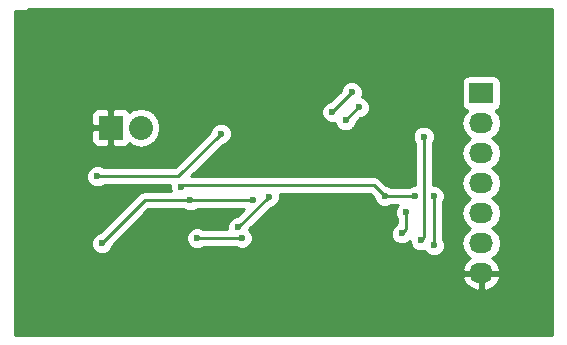
<source format=gbr>
G04 #@! TF.FileFunction,Copper,L2,Bot,Signal*
%FSLAX46Y46*%
G04 Gerber Fmt 4.6, Leading zero omitted, Abs format (unit mm)*
G04 Created by KiCad (PCBNEW 4.0.1+dfsg1-stable) date Wed 30 Mar 2016 05:17:46 PM PDT*
%MOMM*%
G01*
G04 APERTURE LIST*
%ADD10C,0.100000*%
%ADD11R,2.032000X2.032000*%
%ADD12O,2.032000X2.032000*%
%ADD13R,2.032000X1.727200*%
%ADD14O,2.032000X1.727200*%
%ADD15C,0.600000*%
%ADD16C,0.250000*%
%ADD17C,0.254000*%
G04 APERTURE END LIST*
D10*
D11*
X132461000Y-96774000D03*
D12*
X135001000Y-96774000D03*
D13*
X163830000Y-93853000D03*
D14*
X163830000Y-96393000D03*
X163830000Y-98933000D03*
X163830000Y-101473000D03*
X163830000Y-104013000D03*
X163830000Y-106553000D03*
X163830000Y-109093000D03*
D15*
X160845500Y-100012500D03*
X153098500Y-96964500D03*
X157480000Y-109220000D03*
X151384000Y-109220000D03*
X128016000Y-99568000D03*
X128016000Y-111760000D03*
X139192000Y-111760000D03*
X151384000Y-111760000D03*
X163576000Y-111760000D03*
X167640000Y-108712000D03*
X167640000Y-96520000D03*
X163576000Y-90424000D03*
X151384000Y-90424000D03*
X139192000Y-90424000D03*
X127508000Y-90424000D03*
X133096000Y-90424000D03*
X145288000Y-90424000D03*
X157480000Y-90424000D03*
X167640000Y-90424000D03*
X167640000Y-102616000D03*
X167640000Y-111760000D03*
X157480000Y-111760000D03*
X145288000Y-111760000D03*
X133096000Y-111760000D03*
X128016000Y-105664000D03*
X127508000Y-94996000D03*
X135636000Y-107886500D03*
X135636000Y-105156000D03*
X142811500Y-98107500D03*
X145732500Y-98107500D03*
X137858500Y-98044000D03*
X148971000Y-97853500D03*
X150177500Y-102552500D03*
X145784000Y-106172000D03*
X144462500Y-102933500D03*
X139192000Y-102933500D03*
X131699000Y-106553000D03*
X139763500Y-106131000D03*
X143573500Y-106108500D03*
X145859500Y-102616000D03*
X143256000Y-105219500D03*
X131318000Y-100901500D03*
X141795500Y-97282000D03*
X138366500Y-101790500D03*
X159829500Y-106743500D03*
X159829500Y-102552500D03*
X158242000Y-102552500D03*
X155638500Y-102552500D03*
X152844500Y-93789500D03*
X151193500Y-95440500D03*
X153479500Y-95059500D03*
X152336500Y-96139000D03*
X157480000Y-103949500D03*
X157099000Y-105727500D03*
X158940500Y-97536000D03*
X158686500Y-106299000D03*
D16*
X153098500Y-96964500D02*
X153035000Y-96901000D01*
X135636000Y-105156000D02*
X135572500Y-105219500D01*
X148971000Y-97853500D02*
X148907500Y-97853500D01*
X145784000Y-106172000D02*
X145796000Y-106172000D01*
X139192000Y-102933500D02*
X144462500Y-102933500D01*
X135318500Y-102933500D02*
X139192000Y-102933500D01*
X131699000Y-106553000D02*
X135318500Y-102933500D01*
X139786000Y-106108500D02*
X143573500Y-106108500D01*
X139786000Y-106108500D02*
X139763500Y-106131000D01*
X143256000Y-105219500D02*
X145859500Y-102616000D01*
X138176000Y-100901500D02*
X131318000Y-100901500D01*
X141795500Y-97282000D02*
X138176000Y-100901500D01*
X154749500Y-101663500D02*
X155638500Y-102552500D01*
X138493500Y-101663500D02*
X154749500Y-101663500D01*
X138366500Y-101790500D02*
X138493500Y-101663500D01*
X159829500Y-102552500D02*
X159829500Y-106743500D01*
X155638500Y-102552500D02*
X158242000Y-102552500D01*
X152844500Y-93789500D02*
X151193500Y-95440500D01*
X153416000Y-95059500D02*
X153479500Y-95059500D01*
X152336500Y-96139000D02*
X153416000Y-95059500D01*
X157480000Y-105346500D02*
X157480000Y-103949500D01*
X157099000Y-105727500D02*
X157480000Y-105346500D01*
X158940500Y-106045000D02*
X158940500Y-97536000D01*
X158686500Y-106299000D02*
X158940500Y-106045000D01*
D17*
G36*
X169787500Y-114352000D02*
X124344500Y-114352000D01*
X124344500Y-109452026D01*
X162222642Y-109452026D01*
X162225291Y-109467791D01*
X162479268Y-109995036D01*
X162915680Y-110384954D01*
X163468087Y-110578184D01*
X163703000Y-110433924D01*
X163703000Y-109220000D01*
X163957000Y-109220000D01*
X163957000Y-110433924D01*
X164191913Y-110578184D01*
X164744320Y-110384954D01*
X165180732Y-109995036D01*
X165434709Y-109467791D01*
X165437358Y-109452026D01*
X165316217Y-109220000D01*
X163957000Y-109220000D01*
X163703000Y-109220000D01*
X162343783Y-109220000D01*
X162222642Y-109452026D01*
X124344500Y-109452026D01*
X124344500Y-101086667D01*
X130382838Y-101086667D01*
X130524883Y-101430443D01*
X130787673Y-101693692D01*
X131131201Y-101836338D01*
X131503167Y-101836662D01*
X131846943Y-101694617D01*
X131880118Y-101661500D01*
X137431612Y-101661500D01*
X137431338Y-101975667D01*
X137513081Y-102173500D01*
X135318500Y-102173500D01*
X135027661Y-102231352D01*
X134781099Y-102396099D01*
X131559320Y-105617878D01*
X131513833Y-105617838D01*
X131170057Y-105759883D01*
X130906808Y-106022673D01*
X130764162Y-106366201D01*
X130763838Y-106738167D01*
X130905883Y-107081943D01*
X131168673Y-107345192D01*
X131512201Y-107487838D01*
X131884167Y-107488162D01*
X132227943Y-107346117D01*
X132491192Y-107083327D01*
X132633838Y-106739799D01*
X132633879Y-106692923D01*
X135633302Y-103693500D01*
X138629537Y-103693500D01*
X138661673Y-103725692D01*
X139005201Y-103868338D01*
X139377167Y-103868662D01*
X139720943Y-103726617D01*
X139754118Y-103693500D01*
X143707198Y-103693500D01*
X143116320Y-104284378D01*
X143070833Y-104284338D01*
X142727057Y-104426383D01*
X142463808Y-104689173D01*
X142321162Y-105032701D01*
X142320887Y-105348500D01*
X140303502Y-105348500D01*
X140293827Y-105338808D01*
X139950299Y-105196162D01*
X139578333Y-105195838D01*
X139234557Y-105337883D01*
X138971308Y-105600673D01*
X138828662Y-105944201D01*
X138828338Y-106316167D01*
X138970383Y-106659943D01*
X139233173Y-106923192D01*
X139576701Y-107065838D01*
X139948667Y-107066162D01*
X140292443Y-106924117D01*
X140348157Y-106868500D01*
X143011037Y-106868500D01*
X143043173Y-106900692D01*
X143386701Y-107043338D01*
X143758667Y-107043662D01*
X144102443Y-106901617D01*
X144365692Y-106638827D01*
X144508338Y-106295299D01*
X144508662Y-105923333D01*
X144366617Y-105579557D01*
X144190840Y-105403473D01*
X144190879Y-105359423D01*
X145999180Y-103551122D01*
X146044667Y-103551162D01*
X146388443Y-103409117D01*
X146651692Y-103146327D01*
X146794338Y-102802799D01*
X146794662Y-102430833D01*
X146791632Y-102423500D01*
X154434698Y-102423500D01*
X154703378Y-102692180D01*
X154703338Y-102737667D01*
X154845383Y-103081443D01*
X155108173Y-103344692D01*
X155451701Y-103487338D01*
X155823667Y-103487662D01*
X156167443Y-103345617D01*
X156200618Y-103312500D01*
X156794667Y-103312500D01*
X156687808Y-103419173D01*
X156545162Y-103762701D01*
X156544838Y-104134667D01*
X156686883Y-104478443D01*
X156720000Y-104511618D01*
X156720000Y-104872428D01*
X156570057Y-104934383D01*
X156306808Y-105197173D01*
X156164162Y-105540701D01*
X156163838Y-105912667D01*
X156305883Y-106256443D01*
X156568673Y-106519692D01*
X156912201Y-106662338D01*
X157284167Y-106662662D01*
X157627943Y-106520617D01*
X157751414Y-106397362D01*
X157751338Y-106484167D01*
X157893383Y-106827943D01*
X158156173Y-107091192D01*
X158499701Y-107233838D01*
X158871667Y-107234162D01*
X158998852Y-107181610D01*
X159036383Y-107272443D01*
X159299173Y-107535692D01*
X159642701Y-107678338D01*
X160014667Y-107678662D01*
X160358443Y-107536617D01*
X160621692Y-107273827D01*
X160764338Y-106930299D01*
X160764662Y-106558333D01*
X160622617Y-106214557D01*
X160589500Y-106181382D01*
X160589500Y-103114963D01*
X160621692Y-103082827D01*
X160764338Y-102739299D01*
X160764662Y-102367333D01*
X160622617Y-102023557D01*
X160359827Y-101760308D01*
X160016299Y-101617662D01*
X159700500Y-101617387D01*
X159700500Y-98098463D01*
X159732692Y-98066327D01*
X159875338Y-97722799D01*
X159875662Y-97350833D01*
X159733617Y-97007057D01*
X159470827Y-96743808D01*
X159127299Y-96601162D01*
X158755333Y-96600838D01*
X158411557Y-96742883D01*
X158148308Y-97005673D01*
X158005662Y-97349201D01*
X158005338Y-97721167D01*
X158147383Y-98064943D01*
X158180500Y-98098118D01*
X158180500Y-101617446D01*
X158056833Y-101617338D01*
X157713057Y-101759383D01*
X157679882Y-101792500D01*
X156200963Y-101792500D01*
X156168827Y-101760308D01*
X155825299Y-101617662D01*
X155778423Y-101617621D01*
X155286901Y-101126099D01*
X155040339Y-100961352D01*
X154749500Y-100903500D01*
X139248802Y-100903500D01*
X141935180Y-98217122D01*
X141980667Y-98217162D01*
X142324443Y-98075117D01*
X142587692Y-97812327D01*
X142730338Y-97468799D01*
X142730662Y-97096833D01*
X142588617Y-96753057D01*
X142325827Y-96489808D01*
X141982299Y-96347162D01*
X141610333Y-96346838D01*
X141266557Y-96488883D01*
X141003308Y-96751673D01*
X140860662Y-97095201D01*
X140860621Y-97142077D01*
X137861198Y-100141500D01*
X131880463Y-100141500D01*
X131848327Y-100109308D01*
X131504799Y-99966662D01*
X131132833Y-99966338D01*
X130789057Y-100108383D01*
X130525808Y-100371173D01*
X130383162Y-100714701D01*
X130382838Y-101086667D01*
X124344500Y-101086667D01*
X124344500Y-97059750D01*
X130810000Y-97059750D01*
X130810000Y-97916309D01*
X130906673Y-98149698D01*
X131085301Y-98328327D01*
X131318690Y-98425000D01*
X132175250Y-98425000D01*
X132334000Y-98266250D01*
X132334000Y-96901000D01*
X130968750Y-96901000D01*
X130810000Y-97059750D01*
X124344500Y-97059750D01*
X124344500Y-95631691D01*
X130810000Y-95631691D01*
X130810000Y-96488250D01*
X130968750Y-96647000D01*
X132334000Y-96647000D01*
X132334000Y-95281750D01*
X132588000Y-95281750D01*
X132588000Y-96647000D01*
X132608000Y-96647000D01*
X132608000Y-96901000D01*
X132588000Y-96901000D01*
X132588000Y-98266250D01*
X132746750Y-98425000D01*
X133603310Y-98425000D01*
X133836699Y-98328327D01*
X134015327Y-98149698D01*
X134032999Y-98107034D01*
X134369190Y-98331670D01*
X135001000Y-98457345D01*
X135632810Y-98331670D01*
X136168433Y-97973778D01*
X136526325Y-97438155D01*
X136652000Y-96806345D01*
X136652000Y-96741655D01*
X136526325Y-96109845D01*
X136202808Y-95625667D01*
X150258338Y-95625667D01*
X150400383Y-95969443D01*
X150663173Y-96232692D01*
X151006701Y-96375338D01*
X151378667Y-96375662D01*
X151416206Y-96360151D01*
X151543383Y-96667943D01*
X151806173Y-96931192D01*
X152149701Y-97073838D01*
X152521667Y-97074162D01*
X152865443Y-96932117D01*
X153128692Y-96669327D01*
X153243433Y-96393000D01*
X162146655Y-96393000D01*
X162260729Y-96966489D01*
X162585585Y-97452670D01*
X162900366Y-97663000D01*
X162585585Y-97873330D01*
X162260729Y-98359511D01*
X162146655Y-98933000D01*
X162260729Y-99506489D01*
X162585585Y-99992670D01*
X162900366Y-100203000D01*
X162585585Y-100413330D01*
X162260729Y-100899511D01*
X162146655Y-101473000D01*
X162260729Y-102046489D01*
X162585585Y-102532670D01*
X162900366Y-102743000D01*
X162585585Y-102953330D01*
X162260729Y-103439511D01*
X162146655Y-104013000D01*
X162260729Y-104586489D01*
X162585585Y-105072670D01*
X162900366Y-105283000D01*
X162585585Y-105493330D01*
X162260729Y-105979511D01*
X162146655Y-106553000D01*
X162260729Y-107126489D01*
X162585585Y-107612670D01*
X162895069Y-107819461D01*
X162479268Y-108190964D01*
X162225291Y-108718209D01*
X162222642Y-108733974D01*
X162343783Y-108966000D01*
X163703000Y-108966000D01*
X163703000Y-108946000D01*
X163957000Y-108946000D01*
X163957000Y-108966000D01*
X165316217Y-108966000D01*
X165437358Y-108733974D01*
X165434709Y-108718209D01*
X165180732Y-108190964D01*
X164764931Y-107819461D01*
X165074415Y-107612670D01*
X165399271Y-107126489D01*
X165513345Y-106553000D01*
X165399271Y-105979511D01*
X165074415Y-105493330D01*
X164759634Y-105283000D01*
X165074415Y-105072670D01*
X165399271Y-104586489D01*
X165513345Y-104013000D01*
X165399271Y-103439511D01*
X165074415Y-102953330D01*
X164759634Y-102743000D01*
X165074415Y-102532670D01*
X165399271Y-102046489D01*
X165513345Y-101473000D01*
X165399271Y-100899511D01*
X165074415Y-100413330D01*
X164759634Y-100203000D01*
X165074415Y-99992670D01*
X165399271Y-99506489D01*
X165513345Y-98933000D01*
X165399271Y-98359511D01*
X165074415Y-97873330D01*
X164759634Y-97663000D01*
X165074415Y-97452670D01*
X165399271Y-96966489D01*
X165513345Y-96393000D01*
X165399271Y-95819511D01*
X165074415Y-95333330D01*
X165060087Y-95323757D01*
X165081317Y-95319762D01*
X165297441Y-95180690D01*
X165442431Y-94968490D01*
X165493440Y-94716600D01*
X165493440Y-92989400D01*
X165449162Y-92754083D01*
X165310090Y-92537959D01*
X165097890Y-92392969D01*
X164846000Y-92341960D01*
X162814000Y-92341960D01*
X162578683Y-92386238D01*
X162362559Y-92525310D01*
X162217569Y-92737510D01*
X162166560Y-92989400D01*
X162166560Y-94716600D01*
X162210838Y-94951917D01*
X162349910Y-95168041D01*
X162562110Y-95313031D01*
X162603439Y-95321400D01*
X162585585Y-95333330D01*
X162260729Y-95819511D01*
X162146655Y-96393000D01*
X153243433Y-96393000D01*
X153271338Y-96325799D01*
X153271379Y-96278923D01*
X153555735Y-95994567D01*
X153664667Y-95994662D01*
X154008443Y-95852617D01*
X154271692Y-95589827D01*
X154414338Y-95246299D01*
X154414662Y-94874333D01*
X154272617Y-94530557D01*
X154009827Y-94267308D01*
X153710168Y-94142878D01*
X153779338Y-93976299D01*
X153779662Y-93604333D01*
X153637617Y-93260557D01*
X153374827Y-92997308D01*
X153031299Y-92854662D01*
X152659333Y-92854338D01*
X152315557Y-92996383D01*
X152052308Y-93259173D01*
X151909662Y-93602701D01*
X151909621Y-93649577D01*
X151053820Y-94505378D01*
X151008333Y-94505338D01*
X150664557Y-94647383D01*
X150401308Y-94910173D01*
X150258662Y-95253701D01*
X150258338Y-95625667D01*
X136202808Y-95625667D01*
X136168433Y-95574222D01*
X135632810Y-95216330D01*
X135001000Y-95090655D01*
X134369190Y-95216330D01*
X134032999Y-95440966D01*
X134015327Y-95398302D01*
X133836699Y-95219673D01*
X133603310Y-95123000D01*
X132746750Y-95123000D01*
X132588000Y-95281750D01*
X132334000Y-95281750D01*
X132175250Y-95123000D01*
X131318690Y-95123000D01*
X131085301Y-95219673D01*
X130906673Y-95398302D01*
X130810000Y-95631691D01*
X124344500Y-95631691D01*
X124344500Y-86879500D01*
X125158500Y-86879500D01*
X125430205Y-86825454D01*
X125539389Y-86752500D01*
X169787500Y-86752500D01*
X169787500Y-114352000D01*
X169787500Y-114352000D01*
G37*
X169787500Y-114352000D02*
X124344500Y-114352000D01*
X124344500Y-109452026D01*
X162222642Y-109452026D01*
X162225291Y-109467791D01*
X162479268Y-109995036D01*
X162915680Y-110384954D01*
X163468087Y-110578184D01*
X163703000Y-110433924D01*
X163703000Y-109220000D01*
X163957000Y-109220000D01*
X163957000Y-110433924D01*
X164191913Y-110578184D01*
X164744320Y-110384954D01*
X165180732Y-109995036D01*
X165434709Y-109467791D01*
X165437358Y-109452026D01*
X165316217Y-109220000D01*
X163957000Y-109220000D01*
X163703000Y-109220000D01*
X162343783Y-109220000D01*
X162222642Y-109452026D01*
X124344500Y-109452026D01*
X124344500Y-101086667D01*
X130382838Y-101086667D01*
X130524883Y-101430443D01*
X130787673Y-101693692D01*
X131131201Y-101836338D01*
X131503167Y-101836662D01*
X131846943Y-101694617D01*
X131880118Y-101661500D01*
X137431612Y-101661500D01*
X137431338Y-101975667D01*
X137513081Y-102173500D01*
X135318500Y-102173500D01*
X135027661Y-102231352D01*
X134781099Y-102396099D01*
X131559320Y-105617878D01*
X131513833Y-105617838D01*
X131170057Y-105759883D01*
X130906808Y-106022673D01*
X130764162Y-106366201D01*
X130763838Y-106738167D01*
X130905883Y-107081943D01*
X131168673Y-107345192D01*
X131512201Y-107487838D01*
X131884167Y-107488162D01*
X132227943Y-107346117D01*
X132491192Y-107083327D01*
X132633838Y-106739799D01*
X132633879Y-106692923D01*
X135633302Y-103693500D01*
X138629537Y-103693500D01*
X138661673Y-103725692D01*
X139005201Y-103868338D01*
X139377167Y-103868662D01*
X139720943Y-103726617D01*
X139754118Y-103693500D01*
X143707198Y-103693500D01*
X143116320Y-104284378D01*
X143070833Y-104284338D01*
X142727057Y-104426383D01*
X142463808Y-104689173D01*
X142321162Y-105032701D01*
X142320887Y-105348500D01*
X140303502Y-105348500D01*
X140293827Y-105338808D01*
X139950299Y-105196162D01*
X139578333Y-105195838D01*
X139234557Y-105337883D01*
X138971308Y-105600673D01*
X138828662Y-105944201D01*
X138828338Y-106316167D01*
X138970383Y-106659943D01*
X139233173Y-106923192D01*
X139576701Y-107065838D01*
X139948667Y-107066162D01*
X140292443Y-106924117D01*
X140348157Y-106868500D01*
X143011037Y-106868500D01*
X143043173Y-106900692D01*
X143386701Y-107043338D01*
X143758667Y-107043662D01*
X144102443Y-106901617D01*
X144365692Y-106638827D01*
X144508338Y-106295299D01*
X144508662Y-105923333D01*
X144366617Y-105579557D01*
X144190840Y-105403473D01*
X144190879Y-105359423D01*
X145999180Y-103551122D01*
X146044667Y-103551162D01*
X146388443Y-103409117D01*
X146651692Y-103146327D01*
X146794338Y-102802799D01*
X146794662Y-102430833D01*
X146791632Y-102423500D01*
X154434698Y-102423500D01*
X154703378Y-102692180D01*
X154703338Y-102737667D01*
X154845383Y-103081443D01*
X155108173Y-103344692D01*
X155451701Y-103487338D01*
X155823667Y-103487662D01*
X156167443Y-103345617D01*
X156200618Y-103312500D01*
X156794667Y-103312500D01*
X156687808Y-103419173D01*
X156545162Y-103762701D01*
X156544838Y-104134667D01*
X156686883Y-104478443D01*
X156720000Y-104511618D01*
X156720000Y-104872428D01*
X156570057Y-104934383D01*
X156306808Y-105197173D01*
X156164162Y-105540701D01*
X156163838Y-105912667D01*
X156305883Y-106256443D01*
X156568673Y-106519692D01*
X156912201Y-106662338D01*
X157284167Y-106662662D01*
X157627943Y-106520617D01*
X157751414Y-106397362D01*
X157751338Y-106484167D01*
X157893383Y-106827943D01*
X158156173Y-107091192D01*
X158499701Y-107233838D01*
X158871667Y-107234162D01*
X158998852Y-107181610D01*
X159036383Y-107272443D01*
X159299173Y-107535692D01*
X159642701Y-107678338D01*
X160014667Y-107678662D01*
X160358443Y-107536617D01*
X160621692Y-107273827D01*
X160764338Y-106930299D01*
X160764662Y-106558333D01*
X160622617Y-106214557D01*
X160589500Y-106181382D01*
X160589500Y-103114963D01*
X160621692Y-103082827D01*
X160764338Y-102739299D01*
X160764662Y-102367333D01*
X160622617Y-102023557D01*
X160359827Y-101760308D01*
X160016299Y-101617662D01*
X159700500Y-101617387D01*
X159700500Y-98098463D01*
X159732692Y-98066327D01*
X159875338Y-97722799D01*
X159875662Y-97350833D01*
X159733617Y-97007057D01*
X159470827Y-96743808D01*
X159127299Y-96601162D01*
X158755333Y-96600838D01*
X158411557Y-96742883D01*
X158148308Y-97005673D01*
X158005662Y-97349201D01*
X158005338Y-97721167D01*
X158147383Y-98064943D01*
X158180500Y-98098118D01*
X158180500Y-101617446D01*
X158056833Y-101617338D01*
X157713057Y-101759383D01*
X157679882Y-101792500D01*
X156200963Y-101792500D01*
X156168827Y-101760308D01*
X155825299Y-101617662D01*
X155778423Y-101617621D01*
X155286901Y-101126099D01*
X155040339Y-100961352D01*
X154749500Y-100903500D01*
X139248802Y-100903500D01*
X141935180Y-98217122D01*
X141980667Y-98217162D01*
X142324443Y-98075117D01*
X142587692Y-97812327D01*
X142730338Y-97468799D01*
X142730662Y-97096833D01*
X142588617Y-96753057D01*
X142325827Y-96489808D01*
X141982299Y-96347162D01*
X141610333Y-96346838D01*
X141266557Y-96488883D01*
X141003308Y-96751673D01*
X140860662Y-97095201D01*
X140860621Y-97142077D01*
X137861198Y-100141500D01*
X131880463Y-100141500D01*
X131848327Y-100109308D01*
X131504799Y-99966662D01*
X131132833Y-99966338D01*
X130789057Y-100108383D01*
X130525808Y-100371173D01*
X130383162Y-100714701D01*
X130382838Y-101086667D01*
X124344500Y-101086667D01*
X124344500Y-97059750D01*
X130810000Y-97059750D01*
X130810000Y-97916309D01*
X130906673Y-98149698D01*
X131085301Y-98328327D01*
X131318690Y-98425000D01*
X132175250Y-98425000D01*
X132334000Y-98266250D01*
X132334000Y-96901000D01*
X130968750Y-96901000D01*
X130810000Y-97059750D01*
X124344500Y-97059750D01*
X124344500Y-95631691D01*
X130810000Y-95631691D01*
X130810000Y-96488250D01*
X130968750Y-96647000D01*
X132334000Y-96647000D01*
X132334000Y-95281750D01*
X132588000Y-95281750D01*
X132588000Y-96647000D01*
X132608000Y-96647000D01*
X132608000Y-96901000D01*
X132588000Y-96901000D01*
X132588000Y-98266250D01*
X132746750Y-98425000D01*
X133603310Y-98425000D01*
X133836699Y-98328327D01*
X134015327Y-98149698D01*
X134032999Y-98107034D01*
X134369190Y-98331670D01*
X135001000Y-98457345D01*
X135632810Y-98331670D01*
X136168433Y-97973778D01*
X136526325Y-97438155D01*
X136652000Y-96806345D01*
X136652000Y-96741655D01*
X136526325Y-96109845D01*
X136202808Y-95625667D01*
X150258338Y-95625667D01*
X150400383Y-95969443D01*
X150663173Y-96232692D01*
X151006701Y-96375338D01*
X151378667Y-96375662D01*
X151416206Y-96360151D01*
X151543383Y-96667943D01*
X151806173Y-96931192D01*
X152149701Y-97073838D01*
X152521667Y-97074162D01*
X152865443Y-96932117D01*
X153128692Y-96669327D01*
X153243433Y-96393000D01*
X162146655Y-96393000D01*
X162260729Y-96966489D01*
X162585585Y-97452670D01*
X162900366Y-97663000D01*
X162585585Y-97873330D01*
X162260729Y-98359511D01*
X162146655Y-98933000D01*
X162260729Y-99506489D01*
X162585585Y-99992670D01*
X162900366Y-100203000D01*
X162585585Y-100413330D01*
X162260729Y-100899511D01*
X162146655Y-101473000D01*
X162260729Y-102046489D01*
X162585585Y-102532670D01*
X162900366Y-102743000D01*
X162585585Y-102953330D01*
X162260729Y-103439511D01*
X162146655Y-104013000D01*
X162260729Y-104586489D01*
X162585585Y-105072670D01*
X162900366Y-105283000D01*
X162585585Y-105493330D01*
X162260729Y-105979511D01*
X162146655Y-106553000D01*
X162260729Y-107126489D01*
X162585585Y-107612670D01*
X162895069Y-107819461D01*
X162479268Y-108190964D01*
X162225291Y-108718209D01*
X162222642Y-108733974D01*
X162343783Y-108966000D01*
X163703000Y-108966000D01*
X163703000Y-108946000D01*
X163957000Y-108946000D01*
X163957000Y-108966000D01*
X165316217Y-108966000D01*
X165437358Y-108733974D01*
X165434709Y-108718209D01*
X165180732Y-108190964D01*
X164764931Y-107819461D01*
X165074415Y-107612670D01*
X165399271Y-107126489D01*
X165513345Y-106553000D01*
X165399271Y-105979511D01*
X165074415Y-105493330D01*
X164759634Y-105283000D01*
X165074415Y-105072670D01*
X165399271Y-104586489D01*
X165513345Y-104013000D01*
X165399271Y-103439511D01*
X165074415Y-102953330D01*
X164759634Y-102743000D01*
X165074415Y-102532670D01*
X165399271Y-102046489D01*
X165513345Y-101473000D01*
X165399271Y-100899511D01*
X165074415Y-100413330D01*
X164759634Y-100203000D01*
X165074415Y-99992670D01*
X165399271Y-99506489D01*
X165513345Y-98933000D01*
X165399271Y-98359511D01*
X165074415Y-97873330D01*
X164759634Y-97663000D01*
X165074415Y-97452670D01*
X165399271Y-96966489D01*
X165513345Y-96393000D01*
X165399271Y-95819511D01*
X165074415Y-95333330D01*
X165060087Y-95323757D01*
X165081317Y-95319762D01*
X165297441Y-95180690D01*
X165442431Y-94968490D01*
X165493440Y-94716600D01*
X165493440Y-92989400D01*
X165449162Y-92754083D01*
X165310090Y-92537959D01*
X165097890Y-92392969D01*
X164846000Y-92341960D01*
X162814000Y-92341960D01*
X162578683Y-92386238D01*
X162362559Y-92525310D01*
X162217569Y-92737510D01*
X162166560Y-92989400D01*
X162166560Y-94716600D01*
X162210838Y-94951917D01*
X162349910Y-95168041D01*
X162562110Y-95313031D01*
X162603439Y-95321400D01*
X162585585Y-95333330D01*
X162260729Y-95819511D01*
X162146655Y-96393000D01*
X153243433Y-96393000D01*
X153271338Y-96325799D01*
X153271379Y-96278923D01*
X153555735Y-95994567D01*
X153664667Y-95994662D01*
X154008443Y-95852617D01*
X154271692Y-95589827D01*
X154414338Y-95246299D01*
X154414662Y-94874333D01*
X154272617Y-94530557D01*
X154009827Y-94267308D01*
X153710168Y-94142878D01*
X153779338Y-93976299D01*
X153779662Y-93604333D01*
X153637617Y-93260557D01*
X153374827Y-92997308D01*
X153031299Y-92854662D01*
X152659333Y-92854338D01*
X152315557Y-92996383D01*
X152052308Y-93259173D01*
X151909662Y-93602701D01*
X151909621Y-93649577D01*
X151053820Y-94505378D01*
X151008333Y-94505338D01*
X150664557Y-94647383D01*
X150401308Y-94910173D01*
X150258662Y-95253701D01*
X150258338Y-95625667D01*
X136202808Y-95625667D01*
X136168433Y-95574222D01*
X135632810Y-95216330D01*
X135001000Y-95090655D01*
X134369190Y-95216330D01*
X134032999Y-95440966D01*
X134015327Y-95398302D01*
X133836699Y-95219673D01*
X133603310Y-95123000D01*
X132746750Y-95123000D01*
X132588000Y-95281750D01*
X132334000Y-95281750D01*
X132175250Y-95123000D01*
X131318690Y-95123000D01*
X131085301Y-95219673D01*
X130906673Y-95398302D01*
X130810000Y-95631691D01*
X124344500Y-95631691D01*
X124344500Y-86879500D01*
X125158500Y-86879500D01*
X125430205Y-86825454D01*
X125539389Y-86752500D01*
X169787500Y-86752500D01*
X169787500Y-114352000D01*
M02*

</source>
